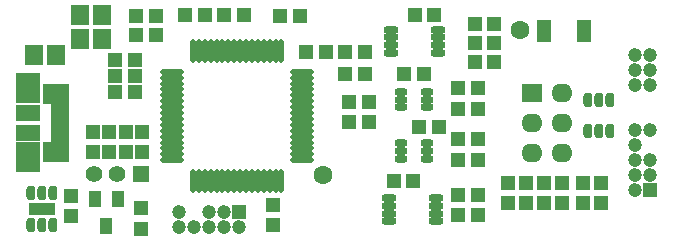
<source format=gts>
G04 Layer_Color=8388736*
%FSLAX23Y23*%
%MOIN*%
G70*
G01*
G75*
%ADD49R,0.087X0.039*%
%ADD50R,0.051X0.047*%
G04:AMPARAMS|DCode=51|XSize=47mil|YSize=30mil|CornerRadius=9mil|HoleSize=0mil|Usage=FLASHONLY|Rotation=270.000|XOffset=0mil|YOffset=0mil|HoleType=Round|Shape=RoundedRectangle|*
%AMROUNDEDRECTD51*
21,1,0.047,0.011,0,0,270.0*
21,1,0.029,0.030,0,0,270.0*
1,1,0.019,-0.005,-0.014*
1,1,0.019,-0.005,0.014*
1,1,0.019,0.005,0.014*
1,1,0.019,0.005,-0.014*
%
%ADD51ROUNDEDRECTD51*%
%ADD52R,0.047X0.051*%
%ADD53R,0.059X0.067*%
%ADD54R,0.047X0.075*%
G04:AMPARAMS|DCode=55|XSize=24mil|YSize=41mil|CornerRadius=8mil|HoleSize=0mil|Usage=FLASHONLY|Rotation=90.000|XOffset=0mil|YOffset=0mil|HoleType=Round|Shape=RoundedRectangle|*
%AMROUNDEDRECTD55*
21,1,0.024,0.026,0,0,90.0*
21,1,0.008,0.041,0,0,90.0*
1,1,0.016,0.013,0.004*
1,1,0.016,0.013,-0.004*
1,1,0.016,-0.013,-0.004*
1,1,0.016,-0.013,0.004*
%
%ADD55ROUNDEDRECTD55*%
G04:AMPARAMS|DCode=56|XSize=24mil|YSize=49mil|CornerRadius=8mil|HoleSize=0mil|Usage=FLASHONLY|Rotation=90.000|XOffset=0mil|YOffset=0mil|HoleType=Round|Shape=RoundedRectangle|*
%AMROUNDEDRECTD56*
21,1,0.024,0.033,0,0,90.0*
21,1,0.008,0.049,0,0,90.0*
1,1,0.016,0.017,0.004*
1,1,0.016,0.017,-0.004*
1,1,0.016,-0.017,-0.004*
1,1,0.016,-0.017,0.004*
%
%ADD56ROUNDEDRECTD56*%
%ADD57R,0.039X0.055*%
%ADD58R,0.083X0.102*%
%ADD59R,0.083X0.054*%
%ADD60R,0.062X0.026*%
%ADD61R,0.091X0.066*%
%ADD62O,0.018X0.079*%
%ADD63O,0.079X0.018*%
%ADD64R,0.047X0.047*%
%ADD65C,0.047*%
%ADD66R,0.047X0.047*%
%ADD67C,0.063*%
%ADD68O,0.070X0.063*%
%ADD69R,0.070X0.063*%
%ADD70C,0.055*%
%ADD71R,0.055X0.055*%
D49*
X-59Y-288D02*
D03*
D50*
X886Y234D02*
D03*
X820D02*
D03*
X1213Y163D02*
D03*
X1147D02*
D03*
X1263Y-15D02*
D03*
X1196D02*
D03*
X1182Y360D02*
D03*
X1248D02*
D03*
X249Y102D02*
D03*
X182D02*
D03*
X950Y234D02*
D03*
X1017D02*
D03*
Y162D02*
D03*
X950D02*
D03*
X734Y357D02*
D03*
X801D02*
D03*
X1448Y265D02*
D03*
X1382D02*
D03*
Y328D02*
D03*
X1448D02*
D03*
X1393Y47D02*
D03*
X1327D02*
D03*
Y114D02*
D03*
X1393D02*
D03*
Y-124D02*
D03*
X1327D02*
D03*
Y-56D02*
D03*
X1393D02*
D03*
X249Y156D02*
D03*
X183D02*
D03*
Y210D02*
D03*
X249D02*
D03*
X254Y291D02*
D03*
X321D02*
D03*
X1112Y-195D02*
D03*
X1178D02*
D03*
X254Y355D02*
D03*
X321D02*
D03*
X417Y359D02*
D03*
X484D02*
D03*
X1382Y202D02*
D03*
X1448D02*
D03*
X1393Y-307D02*
D03*
X1327D02*
D03*
X963Y2D02*
D03*
X1030D02*
D03*
Y70D02*
D03*
X963D02*
D03*
X614Y359D02*
D03*
X547D02*
D03*
X1393Y-240D02*
D03*
X1327D02*
D03*
D51*
X1798Y-29D02*
D03*
X1761D02*
D03*
X1835D02*
D03*
X1761Y77D02*
D03*
X1798D02*
D03*
X1835D02*
D03*
X-59Y-341D02*
D03*
X-97D02*
D03*
X-22Y-341D02*
D03*
X-97Y-235D02*
D03*
X-59D02*
D03*
X-22Y-235D02*
D03*
D52*
X164Y-98D02*
D03*
Y-32D02*
D03*
X219Y-32D02*
D03*
Y-98D02*
D03*
X711Y-342D02*
D03*
Y-276D02*
D03*
X274Y-32D02*
D03*
Y-98D02*
D03*
X1675Y-269D02*
D03*
Y-202D02*
D03*
X1615Y-269D02*
D03*
Y-202D02*
D03*
X1555D02*
D03*
Y-269D02*
D03*
X1495Y-202D02*
D03*
Y-269D02*
D03*
X270Y-353D02*
D03*
Y-286D02*
D03*
X109Y-98D02*
D03*
Y-32D02*
D03*
X1805Y-202D02*
D03*
Y-269D02*
D03*
X1745Y-202D02*
D03*
Y-269D02*
D03*
X36Y-245D02*
D03*
Y-311D02*
D03*
D53*
X-87Y226D02*
D03*
X-13D02*
D03*
X141Y278D02*
D03*
X67D02*
D03*
X67Y358D02*
D03*
X141D02*
D03*
D54*
X1614Y307D02*
D03*
X1748D02*
D03*
D55*
X1136Y-68D02*
D03*
Y-94D02*
D03*
Y-120D02*
D03*
X1224D02*
D03*
Y-94D02*
D03*
Y-68D02*
D03*
X1224Y103D02*
D03*
Y77D02*
D03*
Y52D02*
D03*
X1136D02*
D03*
Y77D02*
D03*
Y103D02*
D03*
D56*
X1104Y309D02*
D03*
Y284D02*
D03*
Y258D02*
D03*
Y233D02*
D03*
X1260Y309D02*
D03*
Y284D02*
D03*
Y258D02*
D03*
Y233D02*
D03*
X1253Y-329D02*
D03*
Y-303D02*
D03*
Y-278D02*
D03*
Y-252D02*
D03*
X1097Y-329D02*
D03*
Y-303D02*
D03*
Y-278D02*
D03*
Y-252D02*
D03*
D57*
X155Y-345D02*
D03*
X118Y-255D02*
D03*
X192D02*
D03*
D58*
X-105Y115D02*
D03*
Y-115D02*
D03*
D59*
Y-33D02*
D03*
Y33D02*
D03*
D60*
X0Y0D02*
D03*
Y-26D02*
D03*
Y-51D02*
D03*
Y51D02*
D03*
Y26D02*
D03*
D61*
X-14Y-97D02*
D03*
Y97D02*
D03*
D62*
X443Y240D02*
D03*
X463D02*
D03*
X482D02*
D03*
X502D02*
D03*
X522D02*
D03*
X541D02*
D03*
X561D02*
D03*
X581D02*
D03*
X600D02*
D03*
X620D02*
D03*
X640D02*
D03*
X660D02*
D03*
X679D02*
D03*
X699D02*
D03*
X719D02*
D03*
X738D02*
D03*
Y-196D02*
D03*
X719D02*
D03*
X699D02*
D03*
X679D02*
D03*
X660D02*
D03*
X640D02*
D03*
X620D02*
D03*
X600D02*
D03*
X581D02*
D03*
X561D02*
D03*
X541D02*
D03*
X522D02*
D03*
X502D02*
D03*
X482D02*
D03*
X463D02*
D03*
X443D02*
D03*
D63*
X808Y170D02*
D03*
Y150D02*
D03*
Y130D02*
D03*
Y111D02*
D03*
Y91D02*
D03*
Y71D02*
D03*
Y52D02*
D03*
Y32D02*
D03*
Y12D02*
D03*
Y-8D02*
D03*
Y-27D02*
D03*
Y-47D02*
D03*
Y-67D02*
D03*
Y-86D02*
D03*
Y-106D02*
D03*
Y-126D02*
D03*
X373D02*
D03*
Y-106D02*
D03*
Y-86D02*
D03*
Y-67D02*
D03*
Y-47D02*
D03*
Y-27D02*
D03*
Y-8D02*
D03*
Y12D02*
D03*
Y32D02*
D03*
Y52D02*
D03*
Y71D02*
D03*
Y91D02*
D03*
Y111D02*
D03*
Y130D02*
D03*
Y150D02*
D03*
Y170D02*
D03*
D64*
X596Y-298D02*
D03*
D65*
Y-348D02*
D03*
X546Y-298D02*
D03*
Y-348D02*
D03*
X496Y-298D02*
D03*
Y-348D02*
D03*
X446D02*
D03*
X396Y-298D02*
D03*
Y-348D02*
D03*
X1916Y225D02*
D03*
X1966D02*
D03*
X1916Y175D02*
D03*
X1966D02*
D03*
X1916Y125D02*
D03*
X1966D02*
D03*
X1916Y-25D02*
D03*
X1966D02*
D03*
X1916Y-75D02*
D03*
Y-125D02*
D03*
X1966D02*
D03*
X1916Y-175D02*
D03*
X1966D02*
D03*
X1916Y-225D02*
D03*
D66*
X1966D02*
D03*
D67*
X1534Y309D02*
D03*
X878Y-176D02*
D03*
D68*
X1675Y100D02*
D03*
Y0D02*
D03*
Y-100D02*
D03*
X1575Y0D02*
D03*
Y-100D02*
D03*
D69*
Y100D02*
D03*
D70*
X112Y-171D02*
D03*
X191D02*
D03*
D71*
X270D02*
D03*
M02*

</source>
